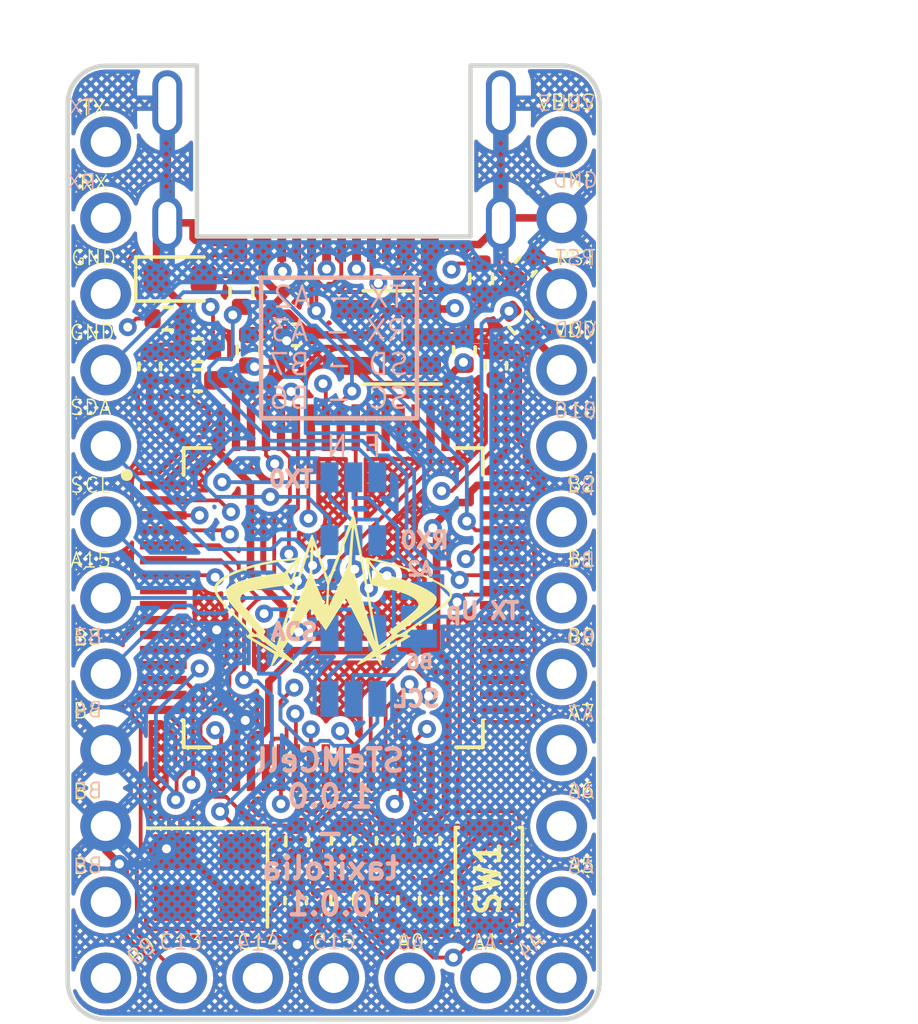
<source format=kicad_pcb>
(kicad_pcb (version 20211014) (generator pcbnew)
  (title_block (title "STeMCell") (date "2022-02-12") (rev "1.0.0"))
  (layers (0 "F.Cu" signal) (1 "In1.Cu" signal) (2 "In2.Cu" signal) (31 "B.Cu" signal) (34 "B.Paste" user) (35 "F.Paste" user) (36 "B.SilkS" user "B.Silkscreen") (37 "F.SilkS" user "F.Silkscreen") (38 "B.Mask" user) (39 "F.Mask" user) (44 "Edge.Cuts" user))
  (net 0 "")
  (net 1 "VBUS")
  (net 2 "GND")
  (net 3 "VDD")
  (net 4 "/NRST")
  (net 5 "/LED_R")
  (net 6 "/CC1")
  (net 9 "/CC2")
  (net 10 "/TX0")
  (net 11 "/RX0")
  (net 12 "/SDA")
  (net 13 "/SCL")
  (net 15 "/SWD")
  (net 16 "/SWC")
  (net 17 "/HSE_IN")
  (net 18 "/PA2")
  (net 19 "/PB7")
  (net 20 "/PB6")
  (net 21 "/PA3")
  (net 22 "/PA9")
  (net 23 "/BOOT0")
  (net 24 "/PB9")
  (net 25 "/PB8")
  (net 26 "/PA15")
  (net 27 "/PB5")
  (net 28 "/PB4")
  (net 29 "/PB3")
  (net 30 "/PA7")
  (net 31 "/PA6")
  (net 32 "/PA5")
  (net 33 "/PA4")
  (net 34 "/PB10")
  (net 35 "/PB2")
  (net 36 "/PB1")
  (net 37 "/PB0")
  (net 38 "/PC15")
  (net 39 "/PC14")
  (net 40 "/PC13")
  (net 42 "/PA0")
  (net 43 "/PA1")
  (net 44 "/PA8")
  (net 45 "/HSE_OUT_1")
  (net 46 "/VCAP1")
  (net 47 "/USB_DP")
  (net 48 "/USB_DN")
  (net 49 "/HSE_OUT")
  (net 50 "/TX_PULLUP")
  (footprint "stemcell:USB-C-C168688" (layer "F.Cu") (at 100.1144 48.372)
    (fp_text reference "J1")
    (fp_text value "USB C Connector")
  )
  (footprint "Capacitor_SMD:C_0402_1005Metric" (layer "F.Cu") (at 101.8886 75.1192 -90)
    (fp_text reference "C10")
    (fp_text value "20p")
  )
  (footprint "Package_TO_SOT_SMD:SOT-23-5" (layer "F.Cu") (at 101.8886 58.2992 180)
    (fp_text reference "U2")
    (fp_text value "XC6220B331MR")
  )
  (footprint "goldfish-pins:Pins_x05" (layer "F.Cu") (at 105.1814 79.7052 -90)
    (fp_text reference "J4" hide)
    (fp_text value "Down" hide)
  )
  (footprint "goldfish-pins:Pins_x12" (layer "F.Cu") (at 92.4814 79.7052 180)
    (fp_text reference "J2" hide)
    (fp_text value "Left" hide)
  )
  (footprint "Resistor_SMD:R_0402_1005Metric" (layer "F.Cu") (at 97.2566 58.7268 -90)
    (fp_text reference "R5")
    (fp_text value "4.7k")
  )
  (footprint "Capacitor_SMD:C_0402_1005Metric" (layer "F.Cu") (at 101.8886 77.0992 90)
    (fp_text reference "C5")
    (fp_text value "100n")
  )
  (footprint "Resistor_SMD:R_0402_1005Metric" (layer "F.Cu") (at 94.558687 57.669462)
    (fp_text reference "R6")
    (fp_text value "10k")
  )
  (footprint "Capacitor_SMD:C_0402_1005Metric" (layer "F.Cu") (at 100.3886 75.1192 90)
    (fp_text reference "C8")
    (fp_text value "100n")
  )
  (footprint "Resistor_SMD:R_0402_1005Metric" (layer "F.Cu") (at 95.557925 58.725928 180)
    (fp_text reference "R3")
    (fp_text value "5k1")
  )
  (footprint "Resistor_SMD:R_0402_1005Metric" (layer "F.Cu") (at 97.01805 56.766564 90)
    (fp_text reference "R4")
    (fp_text value "2k2")
  )
  (footprint "Capacitor_SMD:C_0402_1005Metric" (layer "F.Cu") (at 103.2956 75.1192 -90)
    (fp_text reference "C4")
    (fp_text value "100n")
  )
  (footprint "Capacitor_SMD:C_0402_1005Metric" (layer "F.Cu") (at 93.955216 59.266949 90)
    (fp_text reference "C6")
    (fp_text value "100n")
  )
  (footprint "goldfish-pins:Pins_x12" (layer "F.Cu") (at 107.7214 51.7652)
    (fp_text reference "J3" hide)
    (fp_text value "Right" hide)
  )
  (footprint "Capacitor_SMD:C_0402_1005Metric" (layer "F.Cu") (at 98.8314 58.2168 180)
    (fp_text reference "C1")
    (fp_text value "10u")
  )
  (footprint "Crystal:Crystal_SMD_3225-4Pin_3.2x2.5mm" (layer "F.Cu") (at 95.8886 76.3492 180)
    (fp_text reference "Y1")
    (fp_text value "HSE1 8Mhz 12pF")
  )
  (footprint "Capacitor_SMD:C_0402_1005Metric" (layer "F.Cu") (at 98.8314 77.1192 -90)
    (fp_text reference "C11")
    (fp_text value "20p")
  )
  (footprint "Resistor_SMD:R_0402_1005Metric" (layer "F.Cu") (at 98.8822 75.1312 90)
    (fp_text reference "R1")
    (fp_text value "220")
  )
  (footprint "Capacitor_SMD:C_0402_1005Metric" (layer "F.Cu") (at 106.523198 55.936674 -130)
    (fp_text reference "C12")
    (fp_text value "100n")
  )
  (footprint "Resistor_SMD:R_0402_1005Metric" (layer "F.Cu") (at 106.34814 57.816359 130)
    (fp_text reference "R7")
    (fp_text value "10k")
  )
  (footprint "Capacitor_SMD:C_0402_1005Metric" (layer "F.Cu") (at 95.571646 59.734374)
    (fp_text reference "C9")
    (fp_text value "4.7u")
  )
  (footprint "Capacitor_SMD:C_0402_1005Metric" (layer "F.Cu") (at 104.4702 58.7248 90)
    (fp_text reference "C2")
    (fp_text value "4.7u")
  )
  (footprint "Resistor_SMD:R_0402_1005Metric" (layer "F.Cu") (at 105.029 56.3392 -90)
    (fp_text reference "R2")
    (fp_text value "5k1")
  )
  (footprint "LED_SMD:LED_0603_1608Metric" (layer "F.Cu") (at 94.968796 56.347195)
    (fp_text reference "D1")
    (fp_text value "LED" hide)
  )
  (footprint "Button_Switch_SMD:SW_SPST_CK_KXT3" (layer "F.Cu") (at 105.2886 76.2992 90)
    (fp_text reference "SW1")
    (fp_text value "Boot0")
  )
  (footprint "Capacitor_SMD:C_0402_1005Metric" (layer "F.Cu") (at 103.3266 77.1192 -90)
    (fp_text reference "C7")
    (fp_text value "100n")
  )
  (footprint "Capacitor_SMD:C_0402_1005Metric" (layer "F.Cu") (at 105.519546 59.244958 -90)
    (fp_text reference "C3")
    (fp_text value "4.7u")
  )
  (footprint "STeMCell-1.0:QFP50P1200X1200X160-64N" (layer "F.Cu") (at 100.0879 66.9954)
    (fp_text reference "U1")
    (fp_text value "STM32F401RCTx")
  )
  (footprint "stemcell:meagamind_5mm_logo" (layer "F.Cu") (at 100.0786 66.7392)
    (fp_text reference "G***")
    (fp_text value "LOGO" hide)
  )
  (footprint "Resistor_SMD:R_0402_1005Metric" (layer "F.Cu") (at 100.3886 77.0992 90)
    (fp_text reference "R8")
    (fp_text value "10k")
  )
  (footprint "stemcell:SOLDER_JUMPER_3" (layer "B.Cu") (at 102.9462 67.564 -90)
    (fp_text reference "JP5" hide)
    (fp_text value "TX Up")
  )
  (footprint "stemcell:SOLDER_JUMPER_3" (layer "B.Cu") (at 100.7618 68.1748 180)
    (fp_text reference "JP3" hide)
    (fp_text value "SDA")
  )
  (footprint "stemcell:SOLDER_JUMPER_3" (layer "B.Cu") (at 100.7618 62.9748 180)
    (fp_text reference "JP1" hide)
    (fp_text value "TX0")
  )
  (footprint "stemcell:SOLDER_JUMPER_3" (layer "B.Cu") (at 100.7618 65.0748)
    (fp_text reference "JP2" hide)
    (fp_text value "RX0")
  )
  (footprint "stemcell:SOLDER_JUMPER_3" (layer "B.Cu") (at 100.7618 70.3748)
    (fp_text reference "JP4" hide)
    (fp_text value "SCL")
  )
  (gr_rect (start 97.6751 61.0014) (end 102.8821 56.3024) (layer "B.SilkS") (width 0.15) (fill none))
  (gr_arc (start 91.2114 50.491526) (mid 91.583374 49.5935) (end 92.4814 49.221526) (layer "Edge.Cuts") (width 0.15))
  (gr_line (start 108.9914 79.8195) (end 108.9914 50.4825) (layer "Edge.Cuts") (width 0.15))
  (gr_arc (start 107.7214 49.2125) (mid 108.619426 49.584474) (end 108.9914 50.4825) (layer "Edge.Cuts") (width 0.15))
  (gr_arc (start 92.4814 81.0895) (mid 91.583372 80.717528) (end 91.2114 79.8195) (layer "Edge.Cuts") (width 0.15))
  (gr_line (start 95.5294 54.9241) (end 104.6734 54.9241) (layer "Edge.Cuts") (width 0.15))
  (gr_arc (start 108.9914 79.8195) (mid 108.619426 80.717526) (end 107.7214 81.0895) (layer "Edge.Cuts") (width 0.15))
  (gr_line (start 92.4814 49.221526) (end 95.5294 49.2125) (layer "Edge.Cuts") (width 0.15))
  (gr_line (start 91.2114 79.8195) (end 91.2114 50.491526) (layer "Edge.Cuts") (width 0.15))
  (gr_line (start 104.6734 54.9241) (end 104.6734 49.2125) (layer "Edge.Cuts") (width 0.15))
  (gr_line (start 95.5294 49.2125) (end 95.5294 54.9241) (layer "Edge.Cuts") (width 0.15))
  (gr_line (start 92.4814 81.0895) (end 107.7214 81.0895) (layer "Edge.Cuts") (width 0.15))
  (gr_line (start 104.6734 49.2125) (end 107.7214 49.2125) (layer "Edge.Cuts") (width 0.15))
  (gr_text "STeMCell\n1.0.0\n-\ntaxifolia\n0.0.1" (at 99.9786 74.8392) (layer "B.SilkS") (effects (font (size 0.746 0.746)) (justify mirror)))
  (gr_text "B1" (at 108.35622 65.7392) (layer "B.SilkS") (effects (font (size 0.5 0.5) (thickness 0.05)) (justify mirror)))
  (gr_text "RST" (at 108.1786 55.6392) (layer "B.SilkS") (effects (font (size 0.5 0.5) (thickness 0.05)) (justify mirror)))
  (gr_text "B4" (at 91.8886 70.7392) (layer "B.SilkS") (effects (font (size 0.5 0.5) (thickness 0.05)) (justify mirror)))
  (gr_text "B6" (at 102.9786 69.1392) (layer "B.SilkS") (effects (font (size 0.446 0.446) (thickness 0.1115)) (justify mirror)))
  (gr_text "C13" (at 94.997035 78.503223) (layer "B.SilkS") (effects (font (size 0.5 0.5) (thickness 0.05)) (justify mirror)))
  (gr_text "B3" (at 91.8786 68.2992) (layer "B.SilkS") (effects (font (size 0.5 0.5) (thickness 0.05)) (justify mirror)))
  (gr_text "B8" (at 91.8886 75.9392) (layer "B.SilkS") (effects (font (size 0.5 0.5) (thickness 0.05)) (justify mirror)))
  (gr_text "A5" (at 108.36622 75.9792) (layer "B.SilkS") (effects (font (size 0.5 0.5) (thickness 0.05)) (justify mirror)))
  (gr_text "TX - A2\nRX - A3\nSD - B7\nSC - B6" (at 100.2786 58.6392) (layer "B.SilkS") (effects (font (size 0.7 0.7) (thickness 0.08)) (justify mirror)))
  (gr_text "VDD" (at 108.1786 58.0392) (layer "B.SilkS") (effects (font (size 0.5 0.5) (thickness 0.05)) (justify mirror)))
  (gr_text "A6" (at 108.36622 73.4792) (layer "B.SilkS") (effects (font (size 0.5 0.5) (thickness 0.05)) (justify mirror)))
  (gr_text "C15" (at 100.139815 78.487101) (layer "B.SilkS") (effects (font (size 0.5 0.5) (thickness 0.05)) (justify mirror)))
  (gr_text "B9\n" (at 93.6786 78.8392 40) (layer "B.SilkS") (effects (font (size 0.5 0.5) (thickness 0.05)) (justify mirror)))
  (gr_text "C14" (at 97.5786 78.5392) (layer "B.SilkS") (effects (font (size 0.5 0.5) (thickness 0.05)) (justify mirror)))
  (gr_text "TX" (at 91.6786 50.5992) (layer "B.SilkS") (effects (font (size 0.5 0.5) (thickness 0.05)) (justify mirror)))
  (gr_text "B5" (at 91.8886 73.4392) (layer "B.SilkS") (effects (font (size 0.5 0.5) (thickness 0.05)) (justify mirror)))
  (gr_text "VBUS" (at 107.8786 50.4792) (layer "B.SilkS") (effects (font (size 0.5 0.5) (thickness 0.05)) (justify mirror)))
  (gr_text "A2" (at 102.9786 66.0392) (layer "B.SilkS") (effects (font (size 0.446 0.446) (thickness 0.1115)) (justify mirror)))
  (gr_text "F N" (at 100.7786 61.9392) (layer "B.SilkS") (effects (font (size 0.7 0.7) (thickness 0.08)) (justify mirror)))
  (gr_text "B2" (at 108.35622 63.2392) (layer "B.SilkS") (effects (font (size 0.5 0.5) (thickness 0.05)) (justify mirror)))
  (gr_text "RX" (at 91.6786 53.0992) (layer "B.SilkS") (effects (font (size 0.5 0.5) (thickness 0.05)) (justify mirror)))
  (gr_text "A4" (at 106.6786 78.6392 40) (layer "B.SilkS") (effects (font (size 0.5 0.5) (thickness 0.05)) (justify mirror)))
  (gr_text "A7" (at 108.36622 70.8792) (layer "B.SilkS") (effects (font (size 0.5 0.5) (thickness 0.05)) (justify mirror)))
  (gr_text "GND" (at 108.1786 53.0392) (layer "B.SilkS") (effects (font (size 0.5 0.5) (thickness 0.05)) (justify mirror)))
  (gr_text "A0" (at 102.670901 78.535466) (layer "B.SilkS") (effects (font (size 0.5 0.5) (thickness 0.05)) (justify mirror)))
  (gr_text "A1" (at 105.105258 78.519345) (layer "B.SilkS") (effects (font (size 0.5 0.5) (thickness 0.05)) (justify mirror)))
  (gr_text "B0" (at 108.35622 68.3392) (layer "B.SilkS") (effects (font (size 0.5 0.5) (thickness 0.05)) (justify mirror)))
  (gr_text "B10" (at 108.1786 60.7392) (layer "B.SilkS") (effects (font (size 0.5 0.5) (thickness 0.05)) (justify mirror)))
  (gr_text "VDD" (at 108.1786 58.0392) (layer "F.SilkS") (effects (font (size 0.5 0.5) (thickness 0.05))))
  (gr_text "B1" (at 108.3886 65.6992) (layer "F.SilkS") (effects (font (size 0.5 0.5) (thickness 0.05))))
  (gr_text "GND" (at 92.0786 55.6392) (layer "F.SilkS") (effects (font (size 0.5 0.5) (thickness 0.05))))
  (gr_text "B0" (at 108.3886 68.2992) (layer "F.SilkS") (effects (font (size 0.5 0.5) (thickness 0.05))))
  (gr_text "B3" (at 91.8786 68.3392) (layer "F.SilkS") (effects (font (size 0.5 0.5) (thickness 0.05))))
  (gr_text "C14" (at 97.5886 78.4992) (layer "F.SilkS") (effects (font (size 0.5 0.5) (thickness 0.05))))
  (gr_text "B10" (at 108.1786 60.7392) (layer "F.SilkS") (effects (font (size 0.5 0.5) (thickness 0.05))))
  (gr_text "C13" (at 94.9886 78.4992) (layer "F.SilkS") (effects (font (size 0.5 0.5) (thickness 0.05))))
  (gr_text "A1" (at 105.1886 78.4992) (layer "F.SilkS") (effects (font (size 0.5 0.5) (thickness 0.05))))
  (gr_text "B2" (at 108.3886 63.1992) (layer "F.SilkS") (effects (font (size 0.5 0.5) (thickness 0.05))))
  (gr_text "A7" (at 108.3786 70.8392) (layer "F.SilkS") (effects (font (size 0.5 0.5) (thickness 0.05))))
  (gr_text "GND" (at 108.1786 53.0392) (layer "F.SilkS") (effects (font (size 0.5 0.5) (thickness 0.05))))
  (gr_text "B8" (at 91.8686 75.9792) (layer "F.SilkS") (effects (font (size 0.5 0.5) (thickness 0.05))))
  (gr_text "GND" (at 92.0286 58.1392) (layer "F.SilkS") (effects (font (size 0.5 0.5) (thickness 0.05))))
  (gr_text "A5" (at 108.3786 75.9392) (layer "F.SilkS") (effects (font (size 0.5 0.5) (thickness 0.05))))
  (gr_text "A6" (at 108.3786 73.4392) (layer "F.SilkS") (effects (font (size 0.5 0.5) (thickness 0.05))))
  (gr_text "A0" (at 102.6886 78.4992) (layer "F.SilkS") (effects (font (size 0.5 0.5) (thickness 0.05))))
  (gr_text "VBUS" (at 107.8786 50.4392) (layer "F.SilkS") (effects (font (size 0.5 0.5) (thickness 0.05))))
  (gr_text "SDA" (at 91.9786 60.6392) (layer "F.SilkS") (effects (font (size 0.5 0.5) (thickness 0.05))))
  (gr_text "A4" (at 106.6886 78.5992 40) (layer "F.SilkS") (effects (font (size 0.5 0.5) (thickness 0.05))))
  (gr_text "TX" (at 92.0786 50.6392) (layer "F.SilkS") (effects (font (size 0.5 0.5) (thickness 0.05))))
  (gr_text "RST" (at 108.1786 55.6392) (layer "F.SilkS") (effects (font (size 0.5 0.5) (thickness 0.05))))
  (gr_text "B5" (at 91.8686 73.4792) (layer "F.SilkS") (effects (font (size 0.5 0.5) (thickness 0.05))))
  (gr_text "C15" (at 100.0886 78.4992) (layer "F.SilkS") (effects (font (size 0.5 0.5) (thickness 0.05))))
  (gr_text "RX" (at 92.0786 53.1392) (layer "F.SilkS") (effects (font (size 0.5 0.5) (thickness 0.05))))
  (gr_text "B4" (at 91.8686 70.7792) (layer "F.SilkS") (effects (font (size 0.5 0.5) (thickness 0.05))))
  (gr_text "B9\n" (at 93.6886 78.7992 40) (layer "F.SilkS") (effects (font (size 0.5 0.5) (thickness 0.05))))
  (gr_text "A15" (at 91.9786 65.7392) (layer "F.SilkS") (effects (font (size 0.5 0.5) (thickness 0.05))))
  (gr_text "SCL\n" (at 91.9786 63.2392) (layer "F.SilkS") (effects (font (size 0.5 0.5) (thickness 0.05))))
  (segment (start 102.090132 56.098511) (end 102.340911 56.098511) (width 0.254) (layer "F.Cu") (net 1))
  (segment (start 102.220211 56.22859) (end 102.090132 56.098511) (width 0.254) (layer "F.Cu") (net 1))
  (segment (start 98.596078 57.49172) (end 98.900559 57.796201) (width 0.254) (layer "F.Cu") (net 1))
  (segment (start 103.0261 57.3492) (end 101.74012 57.3492) (width 0.254) (layer "F.Cu") (net 1))
  (segment (start 98.136849 56.720395) (end 98.600606 56.720395) (width 0.254) (layer "F.Cu") (net 1))
  (segment (start 101.219901 58.2168) (end 102.087501 57.3492) (width 0.254) (layer "F.Cu") (net 1))
  (segment (start 103.0261 59.2492) (end 102.252301 59.2492) (width 0.254) (layer "F.Cu") (net 1))
  (segment (start 102.087501 57.3492) (end 103.0261 57.3492) (width 0.254) (layer "F.Cu") (net 1))
  (segment (start 97.7144 56.297946) (end 98.136849 56.720395) (width 0.254) (layer "F.Cu") (net 1))
  (segment (start 102.340911 56.098511) (end 102.5144 55.925022) (width 0.254) (layer "F.Cu") (net 1))
  (segment (start 102.220211 56.74761) (end 102.220211 56.22859) (width 0.254) (layer "F.Cu") (net 1))
  (segment (start 97.7144 55.372) (end 97.7144 56.297946) (width 0.254) (layer "F.Cu") (net 1))
  (segment (start 97.74488 58.2168) (end 97.74488 57.853562) (width 0.254) (layer "F.Cu") (net 1))
  (segment (start 97.2566 58.2168) (end 97.74488 58.2168) (width 0.254) (layer "F.Cu") (net 1))
  (segment (start 99.3114 58.2168) (end 101.219901 58.2168) (width 0.254) (layer "F.Cu") (net 1))
  (segment (start 98.600606 56.720395) (end 97.829281 57.49172) (width 0.254) (layer "F.Cu") (net 1))
  (segment (start 102.5144 55.925022) (end 102.5144 55.372) (width 0.254) (layer "F.Cu") (net 1))
  (segment (start 101.74012 57.3492) (end 101.74012 57.114611) (width 0.254) (layer "F.Cu") (net 1))
  (segment (start 104.119306 57.3492) (end 103.0261 57.3492) (width 0.254) (layer "F.Cu") (net 1))
  (segment (start 98.89568 57.80108) (end 99.3114 58.2168) (width 0.254) (layer "F.Cu") (net 1))
  (segment (start 104.148438 57.320068) (end 104.119306 57.3492) (width 0.254) (layer "F.Cu") (net 1))
  (segment (start 97.74488 57.853562) (end 97.829281 57.769161) (width 0.254) (layer "F.Cu") (net 1))
  (segment (start 101.85321 57.114611) (end 102.220211 56.74761) (width 0.254) (layer "F.Cu") (net 1))
  (segment (start 101.74012 57.114611) (end 101.85321 57.114611) (width 0.254) (layer "F.Cu") (net 1))
  (segment (start 97.829281 57.769161) (end 97.829281 57.49172) (width 0.254) (layer "F.Cu") (net 1))
  (segment (start 102.252301 59.2492) (end 101.219901 58.2168) (width 0.254) (layer "F.Cu") (net 1))
  (segment (start 97.829281 57.49172) (end 98.596078 57.49172) (width 0.254) (layer "F.Cu") (net 1))
  (via (at 104.148438 57.320068) (size 0.6) (drill 0.3) (layers "F.Cu" "B.Cu") (net 1))
  (segment (start 103.3144 56.72268) (end 103.343512 56.693568) (width 0.254) (layer "F.Cu") (net 2))
  (segment (start 102.6326 74.281121) (end 102.6326 75.5992) (width 0.254) (layer "F.Cu") (net 2))
  (segment (start 99.5934 75.2856) (end 100.2398 74.6392) (width 0.254) (layer "F.Cu") (net 2))
  (segment (start 96.741622 77.1992) (end 96.9886 77.1992) (width 0.254) (layer "F.Cu") (net 2))
  (segment (start 103.2956 75.5992) (end 102.6326 75.5992) (width 0.254) (layer "F.Cu") (net 2))
  (segment (start 94.181296 54.830104) (end 94.5394 54.472) (width 0.254) (layer "F.Cu") (net 2))
  (segment (start 96.59352 55.05112) (end 96.9144 55.372) (width 0.254) (layer "F.Cu") (net 2))
  (segment (start 94.5134 75.3872) (end 94.6766 75.3872) (width 0.254) (layer "F.Cu") (net 2))
  (segment (start 104.4158 58.2992) (end 104.4702 58.2448) (width 0.254) (layer "F.Cu") (net 2))
  (segment (start 95.40238 54.976713) (end 95.476787 55.05112) (width 0.254) (layer "F.Cu") (net 2))
  (segment (start 103.343512 56.693568) (end 104.873368 56.693568) (width 0.254) (layer "F.Cu") (net 2))
  (segment (start 105.7679 63.7454) (end 106.643108 63.7454) (width 0.254) (layer "F.Cu") (net 2))
  (segment (start 95.068687 57.234586) (end 94.181296 56.347195) (width 0.254) (layer "F.Cu") (net 2))
  (segment (start 107.061 63.327508) (end 107.061 62.92865) (width 0.254) (layer "F.Cu") (net 2))
  (segment (start 98.3586 59.5024) (end 97.95142 59.90958) (width 0.254) (layer "F.Cu") (net 2))
  (segment (start 105.029 56.8492) (end 105.669835 56.8492) (width 0.254) (layer "F.Cu") (net 2))
  (segment (start 94.986904 58.786949) (end 95.047925 58.725928) (width 0.254) (layer "F.Cu") (net 2))
  (segment (start 106.54488 62.41253) (end 106.54488 61.90792) (width 0.254) (layer "F.Cu") (net 2))
  (segment (start 101.878842 75.5992) (end 101.8886 75.5992) (width 0.254) (layer "F.Cu") (net 2))
  (segment (start 103.3379 72.6754) (end 103.3379 73.575821) (width 0.254) (layer "F.Cu") (net 2))
  (segment (start 106.2736 59.0042) (end 106.034358 58.764958) (width 0.254) (layer "F.Cu") (net 2))
  (segment (start 100.918842 74.6392) (end 101.878842 75.5992) (width 0.254) (layer "F.Cu") (net 2))
  (segment (start 106.034358 58.764958) (end 105.519546 58.764958) (width 0.254) (layer "F.Cu") (net 2))
  (segment (start 95.5164 68.7454) (end 96.1898 68.072) (width 0.254) (layer "F.Cu") (net 2))
  (segment (start 100.2398 74.6392) (end 100.3886 74.6392) (width 0.254) (layer "F.Cu") (net 2))
  (segment (start 104.6734 57.662) (end 104.6734 58.0416) (width 0.254) (layer "F.Cu") (net 2))
  (segment (start 100.3886 76.5892) (end 99.3786 77.5992) (width 0.254) (layer "F.Cu") (net 2))
  (segment (start 94.4079 68.7454) (end 95.5164 68.7454) (width 0.254) (layer "F.Cu") (net 2))
  (segment (start 95.041622 75.4992) (end 96.741622 77.1992) (width 0.254) (layer "F.Cu") (net 2))
  (segment (start 92.4814 75.438) (end 92.4814 74.6252) (width 0.254) (layer "F.Cu") (net 2))
  (segment (start 106.2736 61.63664) (end 106.2736 59.0042) (width 0.254) (layer "F.Cu") (net 2))
  (segment (start 95.068687 58.705166) (end 95.047925 58.725928) (width 0.254) (layer "F.Cu") (net 2))
  (segment (start 104.4702 58.2448) (end 104.479958 58.2448) (width 0.254) (layer "F.Cu") (net 2))
  (segment (start 104.6734 57.662) (end 105.029 57.3064) (width 0.254) (layer "F.Cu") (net 2))
  (segment (start 96.051646 59.734374) (end 96.781487 59.734374) (width 0.254) (layer "F.Cu") (net 2))
  (segment (start 102.6326 75.5992) (end 101.8886 75.5992) (width 0.254) (layer "F.Cu") (net 2))
  (segment (start 98.8314 78.5368) (end 98.8822 78.5876) (width 0.254) (layer "F.Cu") (net 2))
  (segment (start 98.532326 58.410149) (end 98.532326 58.397726) (width 0.254) (layer "F.Cu") (net 2))
  (segment (start 96.8379 72.6754) (end 96.8379 71.405696) (width 0.254) (layer "F.Cu") (net 2))
  (segment (start 103.3379 73.575821) (end 102.6326 74.281121) (width 0.254) (layer "F.Cu") (net 2))
  (segment (start 99.3786 77.5992) (end 98.8314 77.5992) (width 0.254) (layer "F.Cu") (net 2))
  (segment (start 100.3886 76.5892) (end 99.5934 75.794) (width 0.254) (layer "F.Cu") (net 2))
  (segment (start 97.95142 59.90958) (end 97.21562 59.90958) (width 0.254) (layer "F.Cu") (net 2))
  (segment (start 92.9386 75.8952) (end 92.4814 75.438) (width 0.254) (layer "F.Cu") (net 2))
  (segment (start 101.8886 76.6192) (end 101.9938 76.6192) (width 0.254) (layer "F.Cu") (net 2))
  (segment (start 103.0261 58.2992) (end 104.4158 58.2992) (width 0.254) (layer "F.Cu") (net 2))
  (segment (start 96.8379 71.405696) (end 97.146435 71.097161) (width 0.254) (layer "F.Cu") (net 2))
  (segment (start 105.6894 54.472) (end 105.6894 50.472) (width 0.254) (layer "F.Cu") (net 2))
  (segment (start 101.8886 76.6192) (end 101.8886 75.5992) (width 0.254) (layer "F.Cu") (net 2))
  (segment (start 101.9938 76.6192) (end 102.9738 77.5992) (width 0.254) (layer "F.Cu") (net 2))
  (segment (start 103.4922 55.1942) (end 104.9672 55.1942) (width 0.254) (layer "F.Cu") (net 2))
  (segment (start 106.643108 63.7454) (end 107.061 63.327508) (width 0.254) (layer "F.Cu") (net 2))
  (segment (start 93.955216 58.786949) (end 94.986904 58.786949) (width 0.254) (layer "F.Cu") (net 2))
  (segment (start 100.3886 74.6392) (end 100.918842 74.6392) (width 0.254) (layer "F.Cu") (net 2))
  (segment (start 105.669835 56.8492) (end 106.21466 56.304375) (width 0.254) (layer "F.Cu") (net 2))
  (segment (start 99.5934 75.794) (end 99.5934 75.2856) (width 0.254) (layer "F.Cu") (net 2))
  (segment (start 94.5394 54.472) (end 95.40238 54.472) (width 0.254) (layer "F.Cu") (net 2))
  (segment (start 98.3586 59.5024) (end 98.3514 59.4952) (width 0.254) (layer "F.Cu") (net 2))
  (segment (start 106.54488 61.90792) (end 106.2736 61.63664) (width 0.254) (layer "F.Cu") (net 2))
  (segment (start 104.9672 55.1942) (end 105.6894 54.472) (width 0.254) (layer "F.Cu") (net 2))
  (segment (start 96.8379 60.2873) (end 96.8379 59.790787) (width 0.254) (layer "F.Cu") (net 2))
  (segment (start 103.3144 55.372) (end 103.3144 56.72268) (width 0.254) (layer "F.Cu") (net 2))
  (segment (start 95.476787 55.05112) (end 96.59352 55.05112) (width 0.254) (layer "F.Cu") (net 2))
  (segment (start 95.068687 57.669462) (end 95.068687 57.234586) (width 0.254) (layer "F.Cu") (net 2))
  (segment (start 95.068687 57.669462) (end 95.068687 58.705166) (width 0.254) (layer "F.Cu") (net 2))
  (segment (start 95.40238 54.472) (end 95.40238 54.976713) (width 0.254) (layer "F.Cu") (net 2))
  (segment (start 103.3144 55.372) (end 103.4922 55.1942) (width 0.254) (layer "F.Cu") (net 2))
  (segment (start 98.3514 59.4952) (end 98.3514 58.2168) (width 0.254) (layer "F.Cu") (net 2))
  (segment (start 105.029 56.8492) (end 105.029 57.3064) (width 0.254) (layer "F.Cu") (net 2))
  (segment (start 105.8562 54.3052) (end 105.6894 54.472) (width 0.254) (layer "F.Cu") (net 2))
  (segment (start 94.181296 56.347195) (end 94.181296 54.830104) (width 0.254) (layer "F.Cu") (net 2))
  (segment (start 98.8314 77.5992) (end 98.8314 78.5368) (width 0.254) (layer "F.Cu") (net 2))
  (segment (start 104.873368 56.693568) (end 105.029 56.8492) (width 0.254) (layer "F.Cu") (net 2))
  (segment (start 97.21562 59.90958) (end 96.8379 60.2873) (width 0.254) (layer "F.Cu") (net 2))
  (segment (start 96.781487 59.734374) (end 96.8379 59.790787) (width 0.254) (layer "F.Cu") (net 2))
  (segment (start 107.7214 54.3052) (end 105.8562 54.3052) (width 0.254) (layer "F.Cu") (net 2))
  (segment (start 98.532326 58.397726) (end 98.3514 58.2168) (width 0.254) (layer "F.Cu") (net 2))
  (segment (start 96.8379 61.3154) (end 96.8379 60.2873) (width 0.254) (layer "F.Cu") (net 2))
  (segment (start 104.6734 58.0416) (end 104.4702 58.2448) (width 0.254) (layer "F.Cu") (net 2))
  (segment (start 107.061 62.92865) (end 106.54488 62.41253) (width 0.254) (layer "F.Cu") (net 2))
  (segment (start 94.5394 54.472) (end 94.5394 50.472) (width 0.254) (layer "F.Cu") (net 2))
  (segment (start 94.7886 75.4992) (end 95.041622 75.4992) (width 0.254) (layer "F.Cu") (net 2))
  (segment (start 102.9738 77.5992) (end 103.3266 77.5992) (width 0.254) (layer "F.Cu") (net 2))
  (via (at 96.1898 68.072) (size 0.6) (drill 0.3) (layers "F.Cu" "B.Cu") (net 2))
  (via (at 98.8822 78.5876) (size 0.6) (drill 0.3) (layers "F.Cu" "B.Cu") (net 2))
  (via (at 98.532326 58.410149) (size 0.6) (drill 0.3) (layers "F.Cu" "B.Cu") (net 2))
  (via (at 94.5134 75.3872) (size 0.6) (drill 0.3) (layers "F.Cu" "B.Cu") (net 2))
  (via (at 92.9386 75.8952) (size 0.6) (drill 0.3) (layers "F.Cu" "B.Cu") (net 2))
  (via (at 97.146435 71.097161) (size 0.6) (drill 0.3) (layers "F.Cu" "B.Cu") (net 2))
  (segment (start 92.9386 75.8952) (end 94.0054 75.8952) (width 0.254) (layer "B.Cu") (net 2))
  (segment (start 96.248048 68.130248) (end 96.248048 70.198774) (width 0.254) (layer "B.Cu") (net 2))
  (segment (start 94.0054 75.8952) (end 94.5134 75.3872) (width 0.254) (layer "B.Cu") (net 2))
  (segment (start 96.1898 68.072) (end 96.248048 68.130248) (width 0.254) (layer "B.Cu") (net 2))
  (segment (start 96.248048 70.198774) (end 97.146435 71.097161) (width 0.254) (layer "B.Cu") (net 2))
  (segment (start 101.1221 76.3327) (end 100.3886 75.5992) (width 0.254) (layer "F.Cu") (net 3))
  (segment (start 101.8886 77.5792) (end 102.51512 78.20572) (width 0.254) (layer "F.Cu") (net 3))
  (segment (start 104.4702 59.160964) (end 104.4702 59.2048) (width 0.254) (layer "F.Cu") (net 3))
  (segment (start 102.51512 78.20572) (end 103.73448 78.20572) (width 0.254) (layer "F.Cu") (net 3))
  (segment (start 101.8055 77.5792) (end 101.1221 76.8958) (width 0.254) (layer "F.Cu") (net 3))
  (segment (start 103.9157 69.15) (end 103.9157 72.5976) (width 0.254) (layer "F.Cu") (net 3))
  (segment (start 93.967791 59.734374) (end 93.955216 59.746949) (width 0.254) (layer "F.Cu") (net 3))
  (segment (start 97.3206 66.188) (end 97.3206 63.1966) (width 0.254) (layer "F.Cu") (net 3))
  (segment (start 104.437459 59.128223) (end 104.4702 59.160964) (width 0.254) (layer "F.Cu") (net 3))
  (segment (start 101.1221 76.8958) (end 101.1221 76.3327) (width 0.254) (layer "F.Cu") (net 3))
  (segment (start 104.437459 59.128223) (end 104.01512 59.550562) (width 0.254) (layer "F.Cu") (net 3))
  (segment (start 107.7214 59.25248) (end 106.675962 58.207042) (width 0.254) (layer "F.Cu") (net 3))
  (segment (start 104.66138 63.817789) (end 104.209111 63.817789) (width 0.254) (layer "F.Cu") (net 3))
  (segment (start 96.1546 62.0306) (end 96.1546 61.4987) (width 0.254) (layer "F.Cu") (net 3))
  (segment (start 95.48245 62.18305) (end 95.3353 62.3302) (width 0.254) (layer "F.Cu") (net 3))
  (segment (start 103.541 68.7587) (end 103.541 64.4859) (width 0.254) (layer "F.Cu") (net 3))
  (segment (start 103.8379 72.6754) (end 103.8379 74.0969) (width 0.254) (layer "F.Cu") (net 3))
  (segment (start 104.209111 63.817789) (end 103.541 64.4859) (width 0.254) (layer "F.Cu") (net 3))
  (segment (start 103.3266 76.6392) (end 105.2886 74.6772) (width 0.254) (layer "F.Cu") (net 3))
  (segment (start 97.3206 63.1966) (end 96.1546 62.0306) (width 0.254) (layer "F.Cu") (net 3))
  (segment (start 105.2886 74.6742) (end 103.3306 74.6742) (width 0.254) (layer "F.Cu") (net 3))
  (segment (start 103.73448 78.20572) (end 104.1146 77.8256) (width 0.254) (layer "F.Cu") (net 3))
  (segment (start 103.995 76.6392) (end 103.3266 76.6392) (width 0.254) (layer "F.Cu") (net 3))
  (segment (start 98.4141 67.7773) (end 98.4141 67.2815) (width 0.254) (layer "F.Cu") (net 3))
  (segment (start 104.892692 63.2454) (end 104.66138 63.476712) (width 0.254) (layer "F.Cu") (net 3))
  (segment (start 103.2956 74.6392) (end 103.8379 74.0969) (width 0.254) (layer "F.Cu") (net 3))
  (segment (start 95.48245 62.18305) (end 93.955216 60.655816) (width 0.254) (layer "F.Cu") (net 3))
  (segment (start 97.3379 72.6754) (end 97.3379 71.800192) (width 0.254) (layer "F.Cu") (net 3))
  (segment (start 98.6248 69.1072) (end 98.6248 68.767) (width 0.254) (layer "F.Cu") (net 3))
  (segment (start 97.3379 71.800192) (end 97.569212 71.56888) (width 0.254) (layer "F.Cu") (net 3))
  (segment (start 105.2886 74.6772) (end 105.2886 74.6742) (width 0.254) (layer "F.Cu") (net 3))
  (segment (start 103.415448 64.611452) (end 103.415448 64.668548) (width 0.254) (layer "F.Cu") (net 3))
  (segment (start 103.735981 59.87572) (end 101.37762 59.87572) (width 0.254) (layer "F.Cu") (net 3))
  (segment (start 104.01512 59.596581) (end 103.735981 59.87572) (width 0.254) (layer "F.Cu") (net 3))
  (segment (start 98.4141 67.2815) (end 97.3206 66.188) (width 0.254) (layer "F.Cu") (net 3))
  (segment (start 104.01512 59.550562) (end 104.01512 59.596581) (width 0.254) (layer "F.Cu") (net 3))
  (segment (start 93.955216 60.655816) (end 93.955216 59.746949) (width 0.254) (layer "F.Cu") (net 3))
  (segment (start 107.7214 59.3852) (end 107.7214 59.25248) (width 0.254) (layer "F.Cu") (net 3))
  (segment (start 101.37762 59.87572) (end 100.7511 59.2492) (width 0.254) (layer "F.Cu") (net 3))
  (segment (start 103.3306 74.6742) (end 103.2956 74.6392) (width 0.254) (layer "F.Cu") (net 3))
  (segment (start 103.5327 68.767) (end 103.541 68.7587) (width 0.254) (layer "F.Cu") (net 3))
  (segment (start 101.8886 77.5792) (end 101.8055 77.5792) (width 0.254) (layer "F.Cu") (net 3))
  (segment (start 95.6349 62.0306) (end 95.48245 62.18305) (width 0.254) (layer "F.Cu") (net 3))
  (segment (start 98.2591 67.9323) (end 98.4141 67.7773) (width 0.254) (layer "F.Cu") (net 3))
  (segment (start 104.66138 63.476712) (end 104.66138 63.817789) (width 0.254) (layer "F.Cu") (net 3))
  (segment (start 95.3232 62.3302) (end 95.3232 62.3301) (width 0.254) (layer "F.Cu") (net 3))
  (segment (start 97.934469 69.797531) (end 98.6248 69.1072) (width 0.254) (layer "F.Cu") (net 3))
  (segment (start 103.541 64.4859) (end 103.415448 64.611452) (width 0.254) (layer "F.Cu") (net 3))
  (segment (start 104.1146 76.7588) (end 103.995 76.6392) (width 0.254) (layer "F.Cu") (net 3))
  (segment (start 98.6248 68.767) (end 103.5327 68.767) (width 0.254) (layer "F.Cu") (net 3))
  (segment (start 103.5327 68.767) (end 103.9157 69.15) (width 0.254) (layer "F.Cu") (net 3))
  (segment (start 95.091646 59.734374) (end 93.967791 59.734374) (width 0.254) (layer "F.Cu") (net 3))
  (segment (start 96.1546 62.0306) (end 95.6349 62.0306) (width 0.254) (layer "F.Cu") (net 3))
  (segment (start 104.1146 77.8256) (end 104.1146 76.7588) (width 0.254) (layer "F.Cu") (net 3))
  (segment (start 96.1546 61.4987) (end 96.3379 61.3154) (width 0.254) (layer "F.Cu") (net 3))
  (segment (start 97.71068 71.56888) (end 97.934469 71.345091) (width 0.254) (layer "F.Cu") (net 3))
  (segment (start 95.3232 62.3301) (end 94.4079 63.2454) (width 0.254) (layer "F.Cu") (net 3))
  (segment (start 97.934469 71.345091) (end 97.934469 69.797531) (width 0.254) (layer "F.Cu") (net 3))
  (segment (start 95.3353 62.3302) (end 95.3232 62.3302) (width 0.254) (layer "F.Cu") (net 3))
  (segment (start 103.9157 72.5976) (end 103.8379 72.6754) (width 0.254) (layer "F.Cu") (net 3))
  (segment (start 105.7679 63.2454) (end 104.892692 63.2454) (width 0.254) (layer "F.Cu") (net 3))
  (segment (start 98.2591 68.4013) (end 98.2591 67.9323) (width 0.254) (layer "F.Cu") (net 3))
  (segment (start 97.569212 71.56888) (end 97.71068 71.56888) (width 0.254) (layer "F.Cu") (net 3))
  (segment (start 98.6248 68.767) (end 98.2591 68.4013) (width 0.254) (layer "F.Cu") (net 3))
  (via (at 103.415448 64.668548) (size 0.6) (drill 0.3) (layers "F.Cu" "B.Cu") (net 3))
  (via (at 104.437459 59.128223) (size 0.6) (drill 0.3) (layers "F.Cu" "B.Cu") (net 3))
  (segment (start 106.831736 55.568973) (end 107.7214 56.458637) (width 0.127) (layer "F.Cu") (net 4))
  (segment (start 96.071 66.2454) (end 96.1406 66.315) (width 0.127) (layer "F.Cu") (net 4))
  (segment (start 107.7214 56.458637) (end 107.7214 56.8452) (width 0.127) (layer "F.Cu") (net 4))
  (segment (start 94.4079 66.2454) (end 96.071 66.2454) (width 0.127) (layer "F.Cu") (net 4))
  (via (at 96.1406 66.315) (size 0.6) (drill 0.3) (layers "F.Cu" "B.Cu") (net 4))
  (segment (start 95.756296 56.347195) (end 95.846927 56.256564) (width 0.127) (layer "F.Cu") (net 5))
  (segment (start 95.846927 56.256564) (end 97.01805 56.256564) (width 0.127) (layer "F.Cu") (net 5))
  (segment (start 101.3644 56.2588) (end 101.3644 55.372) (width 0.127) (layer "F.Cu") (net 6))
  (segment (start 101.5937 56.4881) (end 101.3644 56.2588) (width 0.127) (layer "F.Cu") (net 6))
  (segment (start 104.243792 55.8292) (end 104.040755 56.032237) (width 0.127) (layer "F.Cu") (net 6))
  (segment (start 105.029 55.8292) (end 104.243792 55.8292) (width 0.127) (layer "F.Cu") (net 6))
  (via (at 104.040755 56.032237) (size 0.6) (drill 0.3) (layers "F.Cu" "B.Cu") (net 6))
  (via (at 101.5937 56.4881) (size 0.6) (drill 0.3) (layers "F.Cu" "B.Cu") (net 6))
  (segment (start 98.396359 56.093884) (end 98.396359 55.833981) (width 0.127) (layer "F.Cu") (net 9))
  (segment (start 96.067925 58.725928) (end 96.067925 57.361828) (width 0.127) (layer "F.Cu") (net 9))
  (segment (start 98.396359 55.833981) (end 98.3644 55.802022) (width 0.127) (layer "F.Cu") (net 9))
  (segment (start 98.3644 55.802022) (end 98.3644 55.372) (width 0.127) (layer "F.Cu") (net 9))
  (segment (start 96.067925 57.361828) (end 95.984097 57.278) (width 0.127) (layer "F.Cu") (net 9))
  (via (at 98.396359 56.093884) (size 0.6) (drill 0.3) (layers "F.Cu" "B.Cu") (net 9))
  (via (at 95.984097 57.278) (size 0.6) (drill 0.3) (layers "F.Cu" "B.Cu") (net 9))
  (via (at 96.3724 63.1356) (size 0.6) (drill 0.3) (layers "F.Cu" "B.Cu") (net 10))
  (segment (start 99.9618 63.4482) (end 99.6492 63.1356) (width 0.127) (layer "B.Cu") (net 10))
  (segment (start 99.6492 63.1356) (end 96.3724 63.1356) (width 0.127) (layer "B.Cu") (net 10))
  (segment (start 101.5618 64.7294) (end 101.5618 65.0748) (width 0.127) (layer "B.Cu") (net 10))
  (segment (start 101.5618 64.384) (end 100.6802 64.384) (width 0.127) (layer "B.Cu") (net 10))
  (segment (start 99.9618 63.4482) (end 99.9618 63.6656) (width 0.127) (layer "B.Cu") (net 10))
  (segment (start 100.6802 64.384) (end 99.9618 63.6656) (width 0.127) (layer "B.Cu") (net 10))
  (segment (start 101.5618 64.7294) (end 101.5618 64.384) (width 0.127) (layer "B.Cu") (net 10))
  (segment (start 99.9618 62.9748) (end 99.9618 63.4482) (width 0.127) (layer "B.Cu") (net 10))
  (via (at 97.9839 63.6264) (size 0.6) (drill 0.3) (layers "F.Cu" "B.Cu") (net 11))
  (segment (start 96.1693 63.6264) (end 95.8188 63.2759) (width 0.127) (layer "B.Cu") (net 11))
  (segment (start 96.7714 62.0056) (end 100.9291 62.0056) (width 0.127) (layer "B.Cu") (net 11))
  (segment (start 99.9618 65.0748) (end 99.9618 64.384) (width 0.127) (layer "B.Cu") (net 11))
  (segment (start 99.2272 63.6264) (end 97.9839 63.6264) (width 0.127) (layer "B.Cu") (net 11))
  (segment (start 99.9618 64.384) (end 99.9618 64.361) (width 0.127) (layer "B.Cu") (net 11))
  (segment (start 99.9618 64.361) (end 99.2272 63.6264) (width 0.127) (layer "B.Cu") (net 11))
  (segment (start 101.5618 62.6383) (end 101.5618 62.9748) (width 0.127) (layer "B.Cu") (net 11))
  (segment (start 95.8188 63.2759) (end 95.8188 62.9582) (width 0.127) (layer "B.Cu") (net 11))
  (segment (start 97.9839 63.6264) (end 96.1693 63.6264) (width 0.127) (layer "B.Cu") (net 11))
  (segment (start 100.9291 62.0056) (end 101.5618 62.6383) (width 0.127) (layer "B.Cu") (net 11))
  (segment (start 95.8188 62.9582) (end 96.7714 62.0056) (width 0.127) (layer "B.Cu") (net 11))
  (segment (start 98.61153 71.363211) (end 98.61153 71.362811) (width 0.127) (layer "B.Cu") (net 12))
  (segment (start 96.423008 67.508989) (end 95.569689 67.508989) (width 0.127) (layer "B.Cu") (net 12))
  (segment (start 97.5965 68.019511) (end 97.57173 68.019511) (width 0.127) (layer "B.Cu") (net 12))
  (segment (start 99.471 68.3018) (end 99.471 68.1748) (width 0.127) (layer "B.Cu") (net 12))
  (segment (start 99.647081 71.7804) (end 99.54087 71.886611) (width 0.127) (layer "B.Cu") (net 12))
  (segment (start 95.31942 67.25872) (end 94.76788 67.25872) (width 0.127) (layer "B.Cu") (net 12))
  (segment (start 98.1616 69.5358) (end 97.5965 69.5358) (width 0.127) (layer "B.Cu") (net 12))
  (segment (start 100.11283 71.944411) (end 99.948819 71.7804) (width 0.127) (layer "B.Cu") (net 12))
  (segment (start 99.13493 71.886611) (end 98.61153 71.363211) (width 0.127) (layer "B.Cu") (net 12))
  (segment (start 98.539769 70.45455) (end 98.290589 70.20537) (width 0.127) (layer "B.Cu") (net 12))
  (segment (start 100.782989 71.944411) (end 100.11283 71.944411) (width 0.127) (layer "B.Cu") (net 12))
  (segment (start 94.76788 67.25872) (end 92.4814 69.5452) (width 0.127) (layer "B.Cu") (net 12))
  (segment (start 96.673277 67.25872) (end 96.423008 67.508989) (width 0.127) (layer "B.Cu") (net 12))
  (segment (start 98.324489 70.66983) (end 98.539769 70.45455) (width 0.127) (layer "B.Cu") (net 12))
  (segment (start 95.569689 67.508989) (end 95.31942 67.25872) (width 0.127) (layer "B.Cu") (net 12))
  (segment (start 98.237 69.5358) (end 99.471 68.3018) (width 0.127) (layer "B.Cu") (net 12))
  (segment (start 98.324489 71.07577) (end 98.324489 70.66983) (width 0.127) (layer "B.Cu") (net 12))
  (segment (start 101.5618 71.1656) (end 100.782989 71.944411) (width 0.127) (layer "B.Cu") (net 12))
  (segment (start 98.290589 70.20537) (end 98.290589 69.664789) (width 0.127) (layer "B.Cu") (net 12))
  (segment (start 99.948819 71.7804) (end 99.647081 71.7804) (width 0.127) (layer "B.Cu") (net 12))
  (segment (start 101.5618 70.3748) (end 101.5618 71.1656) (width 0.127) (layer "B.Cu") (net 12))
  (segment (start 99.54087 71.886611) (end 99.13493 71.886611) (width 0.127) (layer "B.Cu") (net 12))
  (segment (start 98.290589 69.664789) (end 98.1616 69.5358) (width 0.127) (layer "B.Cu") (net 12))
  (segment (start 98.61153 71.362811) (end 98.324489 71.07577) (width 0.127) (layer "B.Cu") (net 12))
  (segment (start 97.5965 69.5358) (end 97.5965 68.019511) (width 0.127) (layer "B.Cu") (net 12))
  (segment (start 97.57173 68.019511) (end 96.810939 67.25872) (width 0.127) (layer "B.Cu") (net 12))
  (segment (start 96.810939 67.25872) (end 96.673277 67.25872) (width 0.127) (layer "B.Cu") (net 12))
  (segment (start 99.9618 68.1748) (end 99.471 68.1748) (width 0.127) (layer "B.Cu") (net 12))
  (segment (start 97.5965 69.5358) (end 98.237 69.5358) (width 0.127) (layer "B.Cu") (net 12))
  (segment (start 101.5618 68.1748) (end 101.5618 67.384) (width 0.127) (layer "B.Cu") (net 13))
  (segment (start 92.4814 67.0052) (end 100.8753 67.0052) (width 0.127) (layer "B.Cu") (net 13))
  (segment (start 100.8753 67.0052) (end 101.0607 67.1906) (width 0.127) (layer "B.Cu") (net 13))
  (segment (start 101.5618 68.1748) (end 101.5618 68.9656) (width 0.127) (layer "B.Cu") (net 13))
  (segment (start 100.5802 68.9656) (end 99.9618 69.584) (width 0.127) (layer "B.Cu") (net 13))
  (segment (start 101.0607 67.1906) (end 101.3684 67.1906) (width 0.127) (layer "B.Cu") (net 13))
  (segment (start 101.3684 67.1906) (end 101.5618 67.384) (width 0.127) (layer "B.Cu") (net 13))
  (segment (start 101.5618 68.9656) (end 100.5802 68.9656) (width 0.127) (layer "B.Cu") (net 13))
  (segment (start 99.9618 70.3748) (end 99.9618 69.584) (width 0.127) (layer "B.Cu") (net 13))
  (segment (start 101.8886 74.6392) (end 101.3099 74.0605) (width 0.127) (layer "F.Cu") (net 17))
  (segment (start 97.57173 67.039489) (end 97.1057 67.505519) (width 0.127) (layer "F.Cu") (net 17))
  (segment (start 99.39222 74.890827) (end 99.201827 75.08122) (width 0.127) (layer "F.Cu") (net 17))
  (segment (start 96.2668 65.2454) (end 96.93058 65.90918) (width 0.127) (layer "F.Cu") (net 17))
  (segment (start 98.429976 74.948624) (end 97.8794 75.4992) (width 0.127) (layer "F.Cu") (net 17))
  (segment (start 96.93058 66.349552) (end 97.620517 67.039489) (width 0.127) (layer "F.Cu") (net 17))
  (segment (start 96.93058 65.90918) (end 96.93058 66.349552) (width 0.127) (layer "F.Cu") (net 17))
  (segment (start 96.3047 74.1422) (end 96.8709 74.7084) (width 0.127) (layer "F.Cu") (net 17))
  (segment (start 99.201827 75.08122) (end 98.562573 75.08122) (width 0.127) (layer "F.Cu") (net 17))
  (segment (start 99.39222 74.5744) (end 99.39222 74.890827) (width 0.127) (layer "F.Cu") (net 17))
  (segment (start 97.8794 75.4992) (end 96.9886 75.4992) (width 0.127) (layer "F.Cu") (net 17))
  (segment (start 97.620517 67.039489) (end 97.57173 67.039489) (width 0.127) (layer "F.Cu") (net 17))
  (segment (start 94.4079 65.2454) (end 96.2668 65.2454) (width 0.127) (layer "F.Cu") (net 17))
  (segment (start 96.8709 74.7084) (end 96.9886 74.7084) (width 0.127) (layer "F.Cu") (net 17))
  (segment (start 97.1057 67.505519) (end 97.1057 69.7391) (width 0.127) (layer "F.Cu") (net 17))
  (segment (start 98.562573 75.08122) (end 98.429976 74.948624) (width 0.127) (layer "F.Cu") (net 17))
  (segment (start 100.0667 74.0605) (end 99.5528 74.5744) (width 0.127) (layer "F.Cu") (net 17))
  (segment (start 99.5528 74.5744) (end 99.39222 74.5744) (width 0.127) (layer "F.Cu") (net 17))
  (segment (start 96.9886 75.4992) (end 96.9886 74.7084) (width 0.127) (layer "F.Cu") (net 17))
  (segment (start 101.3099 74.0605) (end 100.0667 74.0605) (width 0.127) (layer "F.Cu") (net 17))
  (via (at 96.3047 74.1422) (size 0.6) (drill 0.3) (layers "F.Cu" "B.Cu") (net 17))
  (via (at 97.1057 69.7391) (size 0.6) (drill 0.3) (layers "F.Cu" "B.Cu") (net 17))
  (segment (start 97.55152 69.78932) (end 98.037069 70.274869) (width 0.127) (layer "B.Cu") (net 17))
  (segment (start 97.15592 69.78932) (end 97.55152 69.78932) (width 0.127) (layer "B.Cu") (net 17))
  (segment (start 98.037069 70.274869) (end 98.037069 72.409831) (width 0.127) (layer "B.Cu") (net 17))
  (segment (start 98.037069 72.409831) (end 96.3047 74.1422) (width 0.127) (layer "B.Cu") (net 17))
  (segment (start 97.1057 69.7391) (end 97.15592 69.78932) (width 0.127) (layer "B.Cu") (net 17))
  (segment (start 94.821728 73.755999) (end 94.821728 73.479931) (width 0.127) (layer "F.Cu") (net 18))
  (segment (start 94.821728 73.479931) (end 94.850889 73.45077) (width 0.127) (layer "F.Cu") (net 18))
  (segment (start 94.850889 73.45077) (end 94.850889 73.04483) (width 0.127) (layer "F.Cu") (net 18))
  (segment (start 95.14428 71.48178) (end 94.4079 70.7454) (width 0.127) (layer "F.Cu") (net 18))
  (segment (start 95.14428 72.757789) (end 95.14428 71.48178) (width 0.127) (layer "F.Cu") (net 18))
  (segment (start 95.13793 72.757789) (end 95.14428 72.757789) (width 0.127) (layer "F.Cu") (net 18))
  (segment (start 94.850889 73.04483) (end 95.13793 72.757789) (width 0.127) (layer "F.Cu") (net 18))
  (via (at 101.2799 66.6838) (size 0.6) (drill 0.3) (layers "F.Cu" "B.Cu") (net 18))
  (via (at 95.621537 69.363016) (size 0.6) (drill 0.3) (layers "F.Cu" "B.Cu") (net 18))
  (via (at 94.821728 73.755999) (size 0.6) (drill 0.3) (layers "F.Cu" "B.Cu") (net 18))
  (segment (start 101.3138 66.6499) (end 101.2799 66.6838) (width 0.127) (layer "B.Cu") (net 18))
  (segment (start 100.7618 63.6656) (end 101.2584 63.6656) (width 0.127) (layer "B.Cu") (net 18))
  (segment (start 101.2584 63.6656) (end 102.2423 64.6495) (width 0.127) (layer "B.Cu") (net 18))
  (segment (start 94.1578 72.898) (end 94.821728 73.561928) (width 0.127) (layer "B.Cu") (net 18))
  (segment (start 101.6369 65.7657) (end 101.3138 66.0888) (width 0.127) (layer "B.Cu") (net 18))
  (segment (start 102.2423 65.5693) (end 102.0459 65.7657) (width 0.127) (layer "B.Cu") (net 18))
  (segment (start 101.3138 66.0888) (end 101.3138 66.6499) (width 0.127) (layer "B.Cu") (net 18))
  (segment (start 102.9462 66.764) (end 102.9462 66.2732) (width 0.127) (layer "B.Cu") (net 18))
  (segment (start 94.821728 73.561928) (end 94.821728 73.755999) (width 0.127) (layer "B.Cu") (net 18))
  (segment (start 95.621537 69.363016) (end 94.1578 70.826753) (width 0.127) (layer "B.Cu") (net 18))
  (segment (start 94.1578 70.826753) (end 94.1578 72.898) (width 0.127) (layer "B.Cu") (net 18))
  (segment (start 102.2423 64.6495) (end 102.2423 65.5693) (width 0.127) (layer "B.Cu") (net 18))
  (segment (start 100.7618 62.9748) (end 100.7618 63.6656) (width 0.127) (layer "B.Cu") (net 18))
  (segment (start 102.0459 65.7657) (end 101.6369 65.7657) (width 0.127) (layer "B.Cu") (net 18))
  (segment (start 102.2423 65.5693) (end 102.9462 66.2732) (width 0.127) (layer "B.Cu") (net 18))
  (segment (start 98.9069 64.0036) (end 98.6045 64.306) (width 0.127) (layer "F.Cu") (net 19))
  (segment (start 98.8379 61.3154) (end 98.9069 61.3844) (width 0.127) (layer "F.Cu") (net 19))
  (segment (start 98.9069 61.3844) (end 98.9069 64.0036) (width 0.127) (layer "F.Cu") (net 19))
  (segment (start 98.6045 64.306) (end 98.6045 65.5398) (width 0.127) (layer "F.Cu") (net 19))
  (via (at 98.6045 65.5398) (size 0.6) (drill 0.3) (layers "F.Cu" "B.Cu") (net 19))
  (via (at 97.7747 67.5295) (size 0.6) (drill 0.3) (layers "F.Cu" "B.Cu") (net 19))
  (segment (start 100.7618 67.384) (end 97.9202 67.384) (width 0.127) (layer "B.Cu") (net 19))
  (segment (start 100.7618 68.1748) (end 100.7618 67.384) (width 0.127) (layer "B.Cu") (net 19))
  (segment (start 97.9202 67.384) (end 97.7747 67.5295) (width 0.127) (layer "B.Cu") (net 19))
  (segment (start 99.2556 64.3489) (end 99.2556 61.3977) (width 0.127) (layer "F.Cu") (net 20))
  (segment (start 99.2556 61.3977) (end 99.3379 61.3154) (width 0.127) (layer "F.Cu") (net 20))
  (via (at 99.2556 64.3489) (size 0.6) (drill 0.3) (layers "F.Cu" "B.Cu") (net 20))
  (via (at 101.8844 66.2588) (size 0.6) (drill 0.3) (layers "F.Cu" "B.Cu") (net 20))
  (segment (start 102.9462 68.364) (end 102.9462 68.8548) (width 0.127) (layer "B.Cu") (net 20))
  (segment (start 102.217 69.584) (end 102.9462 68.8548) (width 0.127) (layer "B.Cu") (net 20))
  (segment (start 100.7618 70.3748) (end 100.7618 69.584) (width 0.127) (layer "B.Cu") (net 20))
  (segment (start 102.1038 68.0124) (end 102.1038 66.4782) (width 0.127) (layer "B.Cu") (net 20))
  (segment (start 100.7618 69.584) (end 102.217 69.584) (width 0.127) (layer "B.Cu") (net 20))
  (segment (start 102.9462 68.8548) (end 102.1038 68.0124) (width 0.127) (layer "B.Cu") (net 20))
  (segment (start 102.1038 66.4782) (end 101.8844 66.2588) (width 0.127) (layer "B.Cu") (net 20))
  (segment (start 96.14132 71.4248) (end 96.3379 71.62138) (width 0.127) (layer "F.Cu") (net 21))
  (segment (start 96.3379 71.62138) (end 96.3379 72.6754) (width 0.127) (layer "F.Cu") (net 21))
  (via (at 96.14132 71.4248) (size 0.6) (drill 0.3) (layers "F.Cu" "B.Cu") (net 21))
  (via (at 100.805 66.0457) (size 0.6) (drill 0.3) (layers "F.Cu" "B.Cu") (net 21))
  (segment (start 100.7618 66.0025) (end 100.805 66.0457) (width 0.127) (layer "B.Cu") (net 21))
  (segment (start 100.7618 65.0748) (end 100.7618 66.0025) (width 0.127) (layer "B.Cu") (net 21))
  (segment (start 104.4699 66.2454) (end 104.3118 66.4035) (width 0.127) (layer "F.Cu") (net 22))
  (segment (start 93.504172 57.669462) (end 93.218 57.955634) (width 0.127) (layer "F.Cu") (net 22))
  (segment (start 105.7679 66.2454) (end 104.4699 66.2454) (width 0.127) (layer "F.Cu") (net 22))
  (segment (start 94.048687 57.669462) (end 93.504172 57.669462) (width 0.127) (layer "F.Cu") (net 22))
  (segment (start 97.30288 59.28308) (end 97.2566 59.2368) (width 0.127) (layer "F.Cu") (net 22))
  (segment (start 97.458306 59.28308) (end 97.30288 59.28308) (width 0.127) (layer "F.Cu") (net 22))
  (via (at 93.218 57.955634) (size 0.6) (drill 0.3) (layers "F.Cu" "B.Cu") (net 22))
  (via (at 97.458306 59.28308) (size 0.6) (drill 0.3) (layers "F.Cu" "B.Cu") (net 22))
  (via (at 104.3118 66.4035) (size 0.6) (drill 0.3) (layers "F.Cu" "B.Cu") (net 22))
  (segment (start 98.136191 59.28308) (end 98.473237 59.620126) (width 0.127) (layer "B.Cu") (net 22))
  (segment (start 98.880672 59.621621) (end 98.983554 59.621621) (width 0.127) (layer "B.Cu") (net 22))
  (segment (start 103.464101 66.020469) (end 103.928769 66.020469) (width 0.127) (layer "B.Cu") (net 22))
  (segment (start 97.458306 59.28308) (end 98.136191 59.28308) (width 0.127) (layer "B.Cu") (net 22))
  (segment (start 98.473237 59.620126) (end 98.879177 59.620126) (width 0.127) (layer "B.Cu") (net 22))
  (segment (start 103.928769 66.020469) (end 104.3118 66.4035) (width 0.127) (layer "B.Cu") (net 22))
  (segment (start 99.595267 59.009908) (end 99.166218 59.438957) (width 0.127) (layer "B.Cu") (net 22))
  (segment (start 102.7912 65.347568) (end 103.464101 66.020469) (width 0.127) (layer "B.Cu") (net 22))
  (segment (start 99.166218 59.438957) (end 99.166218 61.49856) (width 0.127) (layer "B.Cu") (net 22))
  (segment (start 98.879177 59.620126) (end 98.880672 59.621621) (width 0.127) (layer "B.Cu") (net 22))
  (segment (start 98.983554 59.621621) (end 99.595267 59.009908) (width 0.127) (layer "B.Cu") (net 22))
  (segment (start 102.7912 62.760469) (end 102.7912 65.347568) (width 0.127) (layer "B.Cu") (net 22))
  (segment (start 101.529291 61.49856) (end 102.7912 62.760469) (width 0.127) (layer "B.Cu") (net 22))
  (segment (start 99.166218 61.49856) (end 101.529291 61.49856) (width 0.127) (layer "B.Cu") (net 22))
  (segment (start 101.802797 79.023397) (end 101.852404 79.023397) (width 0.127) (layer "F.Cu") (net 23))
  (segment (start 102.210612 78.665189) (end 103.072188 78.665189) (width 0.127) (layer "F.Cu") (net 23))
  (segment (start 98.3379 62.0174) (end 98.6378 62.3173) (width 0.127) (layer "F.Cu") (net 23))
  (segment (start 101.852404 79.023397) (end 102.210612 78.665189) (width 0.127) (layer "F.Cu") (net 23))
  (segment (start 98.1137 66.4284) (end 98.939 67.2537) (width 0.127) (layer "F.Cu") (net 23))
  (segment (start 104.189403 79.023397) (end 105.2886 77.9242) (width 0.127) (layer "F.Cu") (net 23))
  (segment (start 98.6378 62.3173) (end 98.6378 63.7552) (width 0.127) (layer "F.Cu") (net 23))
  (segment (start 98.6378 63.7552) (end 98.1137 64.2793) (width 0.127) (layer "F.Cu") (net 23))
  (segment (start 103.430396 79.023397) (end 104.189403 79.023397) (width 0.127) (layer "F.Cu") (net 23))
  (segment (start 104.102234 79.023397) (end 104.189403 79.023397) (width 0.127) (layer "F.Cu") (net 23))
  (segment (start 98.3379 61.3154) (end 98.3379 62.0174) (width 0.127) (layer "F.Cu") (net 23))
  (segment (start 98.1137 64.2793) (end 98.1137 66.4284) (width 0.127) (layer "F.Cu") (net 23))
  (segment (start 100.3886 77.6092) (end 101.802797 79.023397) (width 0.127) (layer "F.Cu") (net 23))
  (segment (start 98.939 67.2537) (end 98.939 68.1397) (width 0.127) (layer "F.Cu") (net 23))
  (segment (start 103.072188 78.665189) (end 103.430396 79.023397) (width 0.127) (layer "F.Cu") (net 23))
  (via (at 98.939 68.1397) (size 0.6) (drill 0.3) (layers "F.Cu" "B.Cu") (net 23))
  (via (at 104.102234 79.023397) (size 0.6) (drill 0.3) (layers "F.Cu" "B.Cu") (net 23))
  (segment (start 98.676207 60.110137) (end 98.486744 60.2996) (width 0.127) (layer "F.Cu") (net 24))
  (segment (start 98.486744 60.2996) (end 97.671532 60.2996) (width 0.127) (layer "F.Cu") (net 24))
  (segment (start 97.671532 60.2996) (end 97.3379 60.633232) (width 0.127) (layer "F.Cu") (net 24))
  (segment (start 97.3379 60.633232) (end 97.3379 61.3154) (width 0.127) (layer "F.Cu") (net 24))
  (via (at 98.676207 60.110137) (size 0.6) (drill 0.3) (layers "F.Cu" "B.Cu") (net 24))
  (segment (start 97.8379 61.3154) (end 97.8379 62.2301) (width 0.127) (layer "F.Cu") (net 25))
  (segment (start 97.8379 62.2301) (end 98.1311 62.5233) (width 0.127) (layer "F.Cu") (net 25))
  (via (at 98.1311 62.5233) (size 0.6) (drill 0.3) (layers "F.Cu" "B.Cu") (net 25))
  (segment (start 103.3379 62.6835) (end 99.5833 66.4381) (width 0.127) (layer "F.Cu") (net 26))
  (segment (start 99.5833 66.4381) (end 98.8892 66.4381) (width 0.127) (layer "F.Cu") (net 26))
  (segment (start 103.3379 61.3154) (end 103.3379 62.6835) (width 0.127) (layer "F.Cu") (net 26))
  (via (at 98.8892 66.4381) (size 0.6) (drill 0.3) (layers "F.Cu" "B.Cu") (net 26))
  (segment (start 98.7892 66.4381) (end 98.8892 66.4381) (width 0.127) (layer "B.Cu") (net 26))
  (segment (start 92.4814 64.4652) (end 93.8403 65.8241) (width 0.127) (layer "B.Cu") (net 26))
  (segment (start 98.1752 65.8241) (end 98.7892 66.4381) (width 0.127) (layer "B.Cu") (net 26))
  (segment (start 93.8403 65.8241) (end 98.1752 65.8241) (width 0.127) (layer "B.Cu") (net 26))
  (segment (start 99.8379 59.9345) (end 99.7458 59.8424) (width 0.127) (layer "F.Cu") (net 27))
  (segment (start 99.8379 61.3154) (end 99.8379 59.9345) (width 0.127) (layer "F.Cu") (net 27))
  (via (at 99.7458 59.8424) (size 0.6) (drill 0.3) (layers "F.Cu" "B.Cu") (net 27))
  (segment (start 100.713197 60.097303) (end 100.3379 60.4726) (width 0.127) (layer "F.Cu") (net 28))
  (segment (start 100.3379 60.4726) (end 100.3379 61.3154) (width 0.127) (layer "F.Cu") (net 28))
  (via (at 100.713197 60.097303) (size 0.6) (drill 0.3) (layers "F.Cu" "B.Cu") (net 28))
  (segment (start 95.0786 56.788) (end 92.4814 59.3852) (width 0.127) (layer "B.Cu") (net 28))
  (segment (start 98.206906 56.788) (end 95.0786 56.788) (width 0.127) (layer "B.Cu") (net 28))
  (segment (start 99.319221 57.900315) (end 98.206906 56.788) (width 0.127) (layer "B.Cu") (net 28))
  (segment (start 99.497783 57.900315) (end 99.319221 57.900315) (width 0.127) (layer "B.Cu") (net 28))
  (segment (start 100.713197 59.115729) (end 99.497783 57.900315) (width 0.127) (layer "B.Cu") (net 28))
  (segment (start 100.713197 60.097303) (end 100.713197 59.115729) (width 0.127) (layer "B.Cu") (net 28))
  (segment (start 100.8379 64.4758) (end 99.3978 65.9159) (width 0.127) (layer "F.Cu") (net 29))
  (segment (start 100.8379 61.3154) (end 100.8379 64.4758) (width 0.127) (layer "F.Cu") (net 29))
  (via (at 99.3978 65.9159) (size 0.6) (drill 0.3) (layers "F.Cu" "B.Cu") (net 29))
  (segment (start 92.4814 61.9252) (end 95.9299 65.3737) (width 0.127) (layer "B.Cu") (net 29))
  (segment (start 95.9299 65.3737) (end 98.0215 65.3737) (width 0.127) (layer "B.Cu") (net 29))
  (segment (start 98.8165 65.0468) (end 99.3978 65.6281) (width 0.127) (layer "B.Cu") (net 29))
  (segment (start 99.3978 65.6281) (end 99.3978 65.9159) (width 0.127) (layer "B.Cu") (net 29))
  (segment (start 98.3484 65.0468) (end 98.8165 65.0468) (width 0.127) (layer "B.Cu") (net 29))
  (segment (start 98.0215 65.3737) (end 98.3484 65.0468) (width 0.127) (layer "B.Cu") (net 29))
  (segment (start 99.3379 72.6754) (end 99.3379 71.3966) (width 0.127) (layer "F.Cu") (net 30))
  (via (at 99.3379 71.3966) (size 0.6) (drill 0.3) (layers "F.Cu" "B.Cu") (net 30))
  (segment (start 98.8379 70.8962) (end 98.8145 70.8728) (width 0.127) (layer "F.Cu") (net 31))
  (segment (start 98.8379 72.6754) (end 98.8379 70.8962) (width 0.127) (layer "F.Cu") (net 31))
  (via (at 98.8145 70.8728) (size 0.6) (drill 0.3) (layers "F.Cu" "B.Cu") (net 31))
  (segment (start 98.3379 73.8897) (end 98.3379 72.6754) (width 0.127) (layer "F.Cu") (net 32))
  (via (at 98.3379 73.8897) (size 0.6) (drill 0.3) (layers "F.Cu" "B.Cu") (net 32))
  (segment (start 98.125752 71.70538) (end 98.5266 71.70538) (width 0.127) (layer "F.Cu") (net 33))
  (segment (start 98.5266 71.277881) (end 98.324489 71.07577) (width 0.127) (layer "F.Cu") (net 33))
  (segment (start 97.8379 72.6754) (end 98.00788 72.50542) (width 0.127) (layer "F.Cu") (net 33))
  (segment (start 98.00788 71.823252) (end 98.125752 71.70538) (width 0.127) (layer "F.Cu") (net 33))
  (segment (start 98.5266 71.70538) (end 98.5266 71.277881) (width 0.127) (layer "F.Cu") (net 33))
  (segment (start 98.324489 71.07577) (end 98.324489 70.458511) (width 0.127) (layer "F.Cu") (net 33))
  (segment (start 98.324489 70.458511) (end 98.7806 70.0024) (width 0.127) (layer "F.Cu") (net 33))
  (segment (start 98.00788 72.50542) (end 98.00788 71.823252) (width 0.127) (layer "F.Cu") (net 33))
  (via (at 98.7806 70.0024) (size 0.6) (drill 0.3) (layers "F.Cu" "B.Cu") (net 33))
  (segment (start 102.3379 73.6898) (end 102.3379 72.6754) (width 0.127) (layer "F.Cu") (net 34))
  (segment (start 102.1409 73.8868) (end 102.3379 73.6898) (width 0.127) (layer "F.Cu") (net 34))
  (via (at 102.1409 73.8868) (size 0.6) (drill 0.3) (layers "F.Cu" "B.Cu") (net 34))
  (segment (start 101.8379 70.6881) (end 102.6361 69.8899) (width 0.127) (layer "F.Cu") (net 35))
  (segment (start 101.8379 72.6754) (end 101.8379 70.6881) (width 0.127) (layer "F.Cu") (net 35))
  (via (at 102.6361 69.8899) (size 0.6) (drill 0.3) (layers "F.Cu" "B.Cu") (net 35))
  (segment (start 101.3379 70.4446) (end 101.3379 72.6754) (width 0.127) (layer "F.Cu") (net 36))
  (segment (start 102.8236 69.357) (end 102.4255 69.357) (width 0.127) (layer "F.Cu") (net 36))
  (segment (start 103.2722 70.2826) (end 103.2722 69.8056) (width 0.127) (layer "F.Cu") (net 36))
  (segment (start 103.2722 69.8056) (end 102.8236 69.357) (width 0.127) (layer "F.Cu") (net 36))
  (segment (start 102.4255 69.357) (end 101.3379 70.4446) (width 0.127) (layer "F.Cu") (net 36))
  (via (at 103.2722 70.2826) (size 0.6) (drill 0.3) (layers "F.Cu" "B.Cu") (net 36))
  (segment (start 100.8379 72.6754) (end 100.8379 71.9765) (width 0.127) (layer "F.Cu") (net 37))
  (segment (start 100.8379 71.9765) (end 100.3158 71.4544) (width 0.127) (layer "F.Cu") (net 37))
  (via (at 100.3158 71.4544) (size 0.6) (drill 0.3) (layers "F.Cu" "B.Cu") (net 37))
  (segment (start 96.4984 64.7454) (end 96.6319 64.8789) (width 0.127) (layer "F.Cu") (net 38))
  (segment (start 94.4079 64.7454) (end 96.4984 64.7454) (width 0.127) (layer "F.Cu") (net 38))
  (via (at 96.6319 64.8789) (size 0.6) (drill 0.3) (layers "F.Cu" "B.Cu") (net 38))
  (segment (start 94.4079 64.2454) (end 95.6192 64.2454) (width 0.127) (layer "F.Cu") (net 39))
  (via (at 95.6192 64.2454) (size 0.6) (drill 0.3) (layers "F.Cu" "B.Cu") (net 39))
  (segment (start 94.4079 63.7454) (end 96.2819 63.7454) (width 0.127) (layer "F.Cu") (net 40))
  (segment (start 96.2819 63.7454) (end 96.6676 64.1311) (width 0.127) (layer "F.Cu") (net 40))
  (via (at 96.6676 64.1311) (size 0.6) (drill 0.3) (layers "F.Cu" "B.Cu") (net 40))
  (segment (start 94.4079 69.7454) (end 95.0977 69.7454) (width 0.127) (layer "F.Cu") (net 42))
  (segment (start 95.3978 70.0455) (end 95.3978 73.1909) (width 0.127) (layer "F.Cu") (net 42))
  (segment (start 95.3978 73.1909) (end 95.3409 73.2478) (width 0.127) (layer "F.Cu") (net 42))
  (segment (start 95.0977 69.7454) (end 95.3978 70.0455) (width 0.127) (layer "F.Cu") (net 42))
  (via (at 95.3409 73.2478) (size 0.6) (drill 0.3) (layers "F.Cu" "B.Cu") (net 42))
  (segment (start 93.7244 70.2454) (end 94.4079 70.2454) (width 0.127) (layer "F.Cu") (net 43))
  (segment (start 93.4974 78.1812) (end 93.4974 77.619999) (width 0.127) (layer "F.Cu") (net 43))
  (segment (start 93.4974 77.619999) (end 93.521411 77.595988) (width 0.127) (layer "F.Cu") (net 43))
  (segment (start 93.521411 75.73537) (end 93.6498 75.606981) (width 0.127) (layer "F.Cu") (net 43))
  (segment (start 95.0214 79.7052) (end 93.4974 78.1812) (width 0.127) (layer "F.Cu") (net 43))
  (segment (start 93.3738 70.596) (end 93.7244 70.2454) (width 0.127) (layer "F.Cu") (net 43))
  (segment (start 93.6498 75.606981) (end 93.6498 71.2349) (width 0.127) (layer "F.Cu") (net 43))
  (segment (start 93.521411 77.595988) (end 93.521411 75.73537) (width 0.127) (layer "F.Cu") (net 43))
  (segment (start 93.6498 71.2349) (end 93.3738 70.9589) (width 0.127) (layer "F.Cu") (net 43))
  (segment (start 93.3738 70.9589) (end 93.3738 70.596) (width 0.127) (layer "F.Cu") (net 43))
  (segment (start 105.6189 66.8944) (end 104.4703 66.8944) (width 0.127) (layer "F.Cu") (net 44))
  (segment (start 104.4703 66.8944) (end 104.2249 67.1398) (width 0.127) (layer "F.Cu") (net 44))
  (segment (start 105.7679 66.7454) (end 105.6189 66.8944) (width 0.127) (layer "F.Cu") (net 44))
  (via (at 96.729084 57.547689) (size 0.6) (drill 0.3) (layers "F.Cu" "B.Cu") (net 44))
  (via (at 104.2249 67.1398) (size 0.6) (drill 0.3) (layers "F.Cu" "B.Cu") (net 44))
  (segment (start 103.736211 66.273989) (end 103.736211 66.651111) (width 0.127) (layer "B.Cu") (net 44))
  (segment (start 101.9143 62.2421) (end 102.5368 62.8646) (width 0.127) (layer "B.Cu") (net 44))
  (segment (start 96.729084 58.921875) (end 96.63177 59.019189) (width 0.127) (layer "B.Cu") (net 44))
  (segment (start 102.5368 65.4517) (end 103.359089 66.273989) (width 0.127) (layer "B.Cu") (net 44))
  (segment (start 95.938789 59.716689) (end 97.97418 61.75208) (width 0.127) (layer "B.Cu") (net 44))
  (segment (start 96.22583 59.019189) (end 95.938789 59.30623) (width 0.127) (layer "B.Cu") (net 44))
  (segment (start 101.5545 62.2421) (end 101.9143 62.2421) (width 0.127) (layer "B.Cu") (net 44))
  (segment (start 103.736211 66.651111) (end 104.2249 67.1398) (width 0.127) (layer "B.Cu") (net 44))
  (segment (start 97.97418 61.75208) (end 101.06448 61.75208) (width 0.127) (layer "B.Cu") (net 44))
  (segment (start 96.63177 59.019189) (end 96.22583 59.019189) (width 0.127) (layer "B.Cu") (net 44))
  (segment (start 95.938789 59.30623) (end 95.938789 59.716689) (width 0.127) (layer "B.Cu") (net 44))
  (segment (start 103.359089 66.273989) (end 103.736211 66.273989) (width 0.127) (layer "B.Cu") (net 44))
  (segment (start 96.729084 57.547689) (end 96.729084 58.921875) (width 0.127) (layer "B.Cu") (net 44))
  (segment (start 102.5368 62.8646) (end 102.5368 65.4517) (width 0.127) (layer "B.Cu") (net 44))
  (segment (start 101.06448 61.75208) (end 101.5545 62.2421) (width 0.127) (layer "B.Cu") (net 44))
  (segment (start 95.651611 78.062211) (end 94.7886 77.1992) (width 0.127) (layer "F.Cu") (net 45))
  (segment (start 97.951611 77.518989) (end 97.951611 77.943389) (width 0.127) (layer "F.Cu") (net 45))
  (segment (start 98.8822 75.6412) (end 98.8822 76.5884) (width 0.127) (layer "F.Cu") (net 45))
  (segment (start 97.951611 77.943389) (end 97.832789 78.062211) (width 0.127) (layer "F.Cu") (net 45))
  (segment (start 98.8822 76.5884) (end 98.8314 76.6392) (width 0.127) (layer "F.Cu") (net 45))
  (segment (start 98.8314 76.6392) (end 97.951611 77.518989) (width 0.127) (layer "F.Cu") (net 45))
  (segment (start 97.832789 78.062211) (end 95.651611 78.062211) (width 0.127) (layer "F.Cu") (net 45))
  (segment (start 104.044872 63.430456) (end 103.710438 63.430456) (width 0.127) (layer "F.Cu") (net 46))
  (segment (start 102.8379 72.6754) (end 102.8379 71.7649) (width 0.127) (layer "F.Cu") (net 46))
  (segment (start 105.519546 61.822032) (end 105.586421 61.888907) (width 0.127) (layer "F.Cu") (net 46))
  (segment (start 105.519546 59.724958) (end 105.519546 61.822032) (width 0.127) (layer "F.Cu") (net 46))
  (segment (start 105.586421 61.888907) (end 104.044872 63.430456) (width 0.127) (layer "F.Cu") (net 46))
  (segment (start 102.8379 71.7649) (end 103.2177 71.3851) (width 0.127) (layer "F.Cu") (net 46))
  (via (at 103.2177 71.3851) (size 0.6) (drill 0.3) (layers "F.Cu" "B.Cu") (net 46))
  (via (at 103.710438 63.430456) (size 0.6) (drill 0.3) (layers "F.Cu" "B.Cu") (net 46))
  (segment (start 99.522191 56.366499) (end 99.522191 57.410304) (width 0.127) (layer "F.Cu") (net 47))
  (segment (start 105.7679 64.7454) (end 104.8526 64.7454) (width 0.127) (layer "F.Cu") (net 47))
  (segment (start 100.354412 56.218698) (end 100.067371 56.505739) (width 0.127) (layer "F.Cu") (net 47))
  (segment (start 99.9236 56.733381) (end 99.889073 56.733381) (width 0.127) (layer "F.Cu") (net 47))
  (segment (start 99.889073 56.733381) (end 99.522191 56.366499) (width 0.127) (layer "F.Cu") (net 47))
  (segment (start 99.36169 57.249803) (end 99.522191 57.410304) (width 0.1524) (layer "F.Cu") (net 47))
  (segment (start 104.8526 64.7454) (end 104.5515 64.4443) (width 0.127) (layer "F.Cu") (net 47))
  (segment (start 99.9236 56.505739) (end 99.9236 56.733381) (width 0.127) (layer "F.Cu") (net 47))
  (segment (start 100.067371 56.505739) (end 99.9236 56.505739) (width 0.127) (layer "F.Cu") (net 47))
  (segment (start 100.354412 55.812758) (end 100.354412 56.218698) (width 0.127) (layer "F.Cu") (net 47))
  (segment (start 100.3644 55.372) (end 100.204411 55.531989) (width 0.127) (layer "F.Cu") (net 47))
  (segment (start 99.36169 55.37471) (end 99.36169 57.249803) (width 0.1524) (layer "F.Cu") (net 47))
  (segment (start 100.204411 55.662757) (end 100.354412 55.812758) (width 0.127) (layer "F.Cu") (net 47))
  (segment (start 99.3644 55.372) (end 99.36169 55.37471) (width 0.1524) (layer "F.Cu") (net 47))
  (segment (start 100.204411 55.531989) (end 100.204411 55.662757) (width 0.127) (layer "F.Cu") (net 47))
  (via (at 99.522191 57.410304) (size 0.6) (drill 0.3) (layers "F.Cu" "B.Cu") (net 47))
  (via (at 104.5515 64.4443) (size 0.6) (drill 0.3) (layers "F.Cu" "B.Cu") (net 47))
  (segment (start 99.522191 57.566191) (end 104.5515 62.5955) (width 0.127) (layer "B.Cu") (net 47))
  (segment (start 99.522191 57.410304) (end 99.522191 57.566191) (width 0.127) (layer "B.Cu") (net 47))
  (segment (start 104.5515 62.5955) (end 104.5515 64.4443) (width 0.127) (layer "B.Cu") (net 47))
  (segment (start 104.977165 65.2454) (end 105.7679 65.2454) (width 0.127) (layer "F.Cu") (net 48))
  (segment (start 100.8644 55.372) (end 100.8644 56.015728) (width 0.127) (layer "F.Cu") (net 48))
  (segment (start 104.516215 65.70635) (end 104.977165 65.2454) (width 0.127) (layer "F.Cu") (net 48))
  (segment (start 99.864401 56.015728) (end 99.8644 55.372) (width 0.127) (layer "F.Cu") (net 48))
  (via (at 104.516215 65.70635) (size 0.6) (drill 0.3) (layers "F.Cu" "B.Cu") (net 48))
  (via (at 99.864401 56.015728) (size 0.6) (drill 0.3) (layers "F.Cu" "B.Cu") (net 48))
  (via (at 100.8644 56.015728) (size 0.6) (drill 0.3) (layers "F.Cu" "B.Cu") (net 48))
  (segment (start 98.8702 74.6092) (end 98.8822 74.6212) (width 0.127) (layer "F.Cu") (net 49))
  (segment (start 94.4079 65.7454) (end 96.3306 65.7454) (width 0.127) (layer "F.Cu") (net 49))
  (segment (start 97.4658 74.6092) (end 98.8702 74.6092) (width 0.127) (layer "F.Cu") (net 49))
  (segment (start 95.651309 71.22183) (end 95.651309 71.62777) (width 0.127) (layer "F.Cu") (net 49))
  (segment (start 96.67706 66.09186) (end 96.67706 67.225388) (width 0.127) (layer "F.Cu") (net 49))
  (segment (start 95.93835 73.47845) (end 96.1113 73.6514) (width 0.127) (layer "F.Cu") (net 49))
  (segment (start 96.615689 70.25745) (end 95.651309 71.22183) (width 0.127) (layer "F.Cu") (net 49))
  (segment (start 96.67706 67.225388) (end 96.85218 67.400508) (width 0.127) (layer "F.Cu") (net 49))
  (segment (start 96.85218 67.400508) (end 96.85218 69.299639) (width 0.127) (layer "F.Cu") (net 49))
  (segment (start 96.85218 69.299639) (end 96.615689 69.53613) (width 0.127) (layer "F.Cu") (net 49))
  (segment (start 95.93835 71.914811) (end 95.93835 73.47845) (width 0.127) (layer "F.Cu") (net 49))
  (segment (start 96.615689 69.53613) (end 96.615689 70.25745) (width 0.127) (layer "F.Cu") (net 49))
  (segment (start 96.1113 73.6514) (end 96.508 73.6514) (width 0.127) (layer "F.Cu") (net 49))
  (segment (start 95.651309 71.62777) (end 95.93835 71.914811) (width 0.127) (layer "F.Cu") (net 49))
  (segment (start 96.508 73.6514) (end 97.4658 74.6092) (width 0.127) (layer "F.Cu") (net 49))
  (segment (start 96.3306 65.7454) (end 96.67706 66.09186) (width 0.127) (layer "F.Cu") (net 49))
  (segment (start 106.013759 57.419117) (end 106.020318 57.425676) (width 0.127) (layer "F.Cu") (net 50))
  (segment (start 105.962815 57.419117) (end 106.013759 57.419117) (width 0.127) (layer "F.Cu") (net 50))
  (via (at 105.962815 57.419117) (size 0.6) (drill 0.3) (layers "F.Cu" "B.Cu") (net 50))
  (segment (start 105.041511 67.01617) (end 104.42787 67.629811) (width 0.127) (layer "B.Cu") (net 50))
  (segment (start 105.953683 57.419117) (end 105.6386 57.7342) (width 0.127) (layer "B.Cu") (net 50))
  (segment (start 105.041511 57.846621) (end 105.041511 67.01617) (width 0.127) (layer "B.Cu") (net 50))
  (segment (start 105.6386 57.7342) (end 105.153932 57.7342) (width 0.127) (layer "B.Cu") (net 50))
  (segment (start 103.012011 67.629811) (end 102.9462 67.564) (width 0.127) (layer "B.Cu") (net 50))
  (segment (start 105.153932 57.7342) (end 105.041511 57.846621) (width 0.127) (layer "B.Cu") (net 50))
  (segment (start 104.42787 67.629811) (end 103.012011 67.629811) (width 0.127) (layer "B.Cu") (net 50))
  (segment (start 105.962815 57.419117) (end 105.953683 57.419117) (width 0.127) (layer "B.Cu") (net 50))
  (zone (net 2) (net_name "GND") (layer "F.Cu") (connect_pads (clearance 0.508)) (min_thickness 0.254) (fill yes (thermal_gap 0.508) (thermal_bridge_width 0.508))
    (polygon (pts (xy 98.137242 78.204392) (xy 93.70106 78.183625) (xy 93.70106 74.521025) (xy 98.162642 74.495992)))
  )
  (zone (net 2) (net_name "GND") (layers F&B.Cu) (name "GND") (connect_pads (clearance 0.127)) (min_thickness 0.127) (fill yes (mode hatch) (thermal_gap 0.508) (thermal_bridge_width 0.508) (island_removal_mode 1) (island_area_min 10) (hatch_thickness 0.127) (hatch_gap 0.127) (hatch_orientation 45) (hatch_border_algorithm hatch_thickness) (hatch_min_hole_area 0.3))
    (polygon (pts (xy 109.0786 48.43921) (xy 109.0786 81.23921) (xy 91.1286 81.23921) (xy 91.1786 48.43921)))
  )
)
</source>
